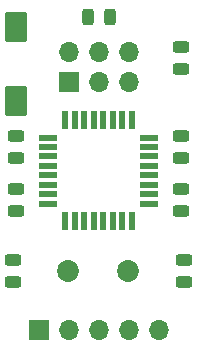
<source format=gbr>
G04 #@! TF.GenerationSoftware,KiCad,Pcbnew,7.0.6*
G04 #@! TF.CreationDate,2023-11-12T09:34:07+05:30*
G04 #@! TF.ProjectId,AVR-Miner,4156522d-4d69-46e6-9572-2e6b69636164,rev?*
G04 #@! TF.SameCoordinates,Original*
G04 #@! TF.FileFunction,Soldermask,Top*
G04 #@! TF.FilePolarity,Negative*
%FSLAX46Y46*%
G04 Gerber Fmt 4.6, Leading zero omitted, Abs format (unit mm)*
G04 Created by KiCad (PCBNEW 7.0.6) date 2023-11-12 09:34:07*
%MOMM*%
%LPD*%
G01*
G04 APERTURE LIST*
G04 Aperture macros list*
%AMRoundRect*
0 Rectangle with rounded corners*
0 $1 Rounding radius*
0 $2 $3 $4 $5 $6 $7 $8 $9 X,Y pos of 4 corners*
0 Add a 4 corners polygon primitive as box body*
4,1,4,$2,$3,$4,$5,$6,$7,$8,$9,$2,$3,0*
0 Add four circle primitives for the rounded corners*
1,1,$1+$1,$2,$3*
1,1,$1+$1,$4,$5*
1,1,$1+$1,$6,$7*
1,1,$1+$1,$8,$9*
0 Add four rect primitives between the rounded corners*
20,1,$1+$1,$2,$3,$4,$5,0*
20,1,$1+$1,$4,$5,$6,$7,0*
20,1,$1+$1,$6,$7,$8,$9,0*
20,1,$1+$1,$8,$9,$2,$3,0*%
G04 Aperture macros list end*
%ADD10RoundRect,0.243750X-0.456250X0.243750X-0.456250X-0.243750X0.456250X-0.243750X0.456250X0.243750X0*%
%ADD11RoundRect,0.243750X0.456250X-0.243750X0.456250X0.243750X-0.456250X0.243750X-0.456250X-0.243750X0*%
%ADD12RoundRect,0.243750X-0.243750X-0.456250X0.243750X-0.456250X0.243750X0.456250X-0.243750X0.456250X0*%
%ADD13R,1.700000X1.700000*%
%ADD14O,1.700000X1.700000*%
%ADD15RoundRect,0.101600X-0.798830X1.149350X-0.798830X-1.149350X0.798830X-1.149350X0.798830X1.149350X0*%
%ADD16R,0.550000X1.600000*%
%ADD17R,1.600000X0.550000*%
%ADD18C,1.854200*%
G04 APERTURE END LIST*
D10*
G04 #@! TO.C,C4*
X152250000Y-94062500D03*
X152250000Y-95937500D03*
G04 #@! TD*
D11*
G04 #@! TO.C,C1*
X152000000Y-85437500D03*
X152000000Y-83562500D03*
G04 #@! TD*
G04 #@! TO.C,C3*
X137750000Y-95937500D03*
X137750000Y-94062500D03*
G04 #@! TD*
D10*
G04 #@! TO.C,C5*
X152000000Y-88062500D03*
X152000000Y-89937500D03*
G04 #@! TD*
D12*
G04 #@! TO.C,D1*
X144072500Y-73500000D03*
X145947500Y-73500000D03*
G04 #@! TD*
D13*
G04 #@! TO.C,J2*
X142475000Y-79000000D03*
D14*
X142475000Y-76460000D03*
X145015000Y-79000000D03*
X145015000Y-76460000D03*
X147555000Y-79000000D03*
X147555000Y-76460000D03*
G04 #@! TD*
D11*
G04 #@! TO.C,R2*
X152000000Y-77937500D03*
X152000000Y-76062500D03*
G04 #@! TD*
D15*
G04 #@! TO.C,SW1*
X138000000Y-80649600D03*
X138000000Y-74350400D03*
G04 #@! TD*
D16*
G04 #@! TO.C,U1*
X142190000Y-90780000D03*
X142990000Y-90780000D03*
X143790000Y-90780000D03*
X144590000Y-90780000D03*
X145390000Y-90780000D03*
X146190000Y-90780000D03*
X146990000Y-90780000D03*
X147790000Y-90780000D03*
D17*
X149240000Y-89330000D03*
X149240000Y-88530000D03*
X149240000Y-87730000D03*
X149240000Y-86930000D03*
X149240000Y-86130000D03*
X149240000Y-85330000D03*
X149240000Y-84530000D03*
X149240000Y-83730000D03*
D16*
X147790000Y-82280000D03*
X146990000Y-82280000D03*
X146190000Y-82280000D03*
X145390000Y-82280000D03*
X144590000Y-82280000D03*
X143790000Y-82280000D03*
X142990000Y-82280000D03*
X142190000Y-82280000D03*
D17*
X140740000Y-83730000D03*
X140740000Y-84530000D03*
X140740000Y-85330000D03*
X140740000Y-86130000D03*
X140740000Y-86930000D03*
X140740000Y-87730000D03*
X140740000Y-88530000D03*
X140740000Y-89330000D03*
G04 #@! TD*
D18*
G04 #@! TO.C,Y1*
X142450000Y-95000000D03*
X147530000Y-95000000D03*
G04 #@! TD*
D10*
G04 #@! TO.C,R1*
X138000000Y-83562500D03*
X138000000Y-85437500D03*
G04 #@! TD*
D11*
G04 #@! TO.C,C2*
X138000000Y-89937500D03*
X138000000Y-88062500D03*
G04 #@! TD*
D13*
G04 #@! TO.C,J1*
X139925000Y-100000000D03*
D14*
X142465000Y-100000000D03*
X145005000Y-100000000D03*
X147545000Y-100000000D03*
X150085000Y-100000000D03*
G04 #@! TD*
M02*

</source>
